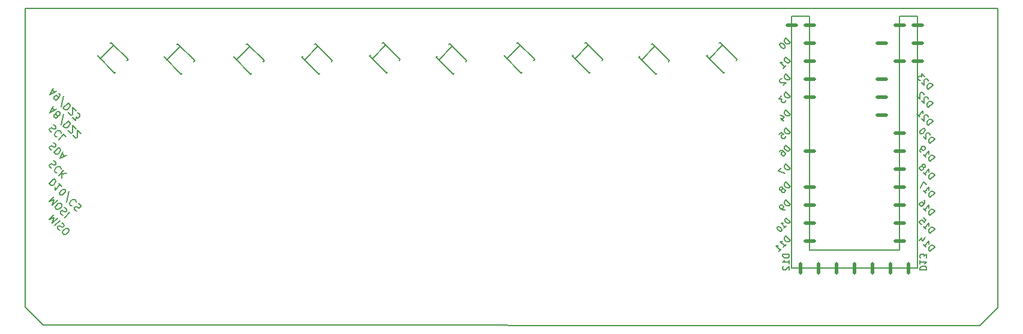
<source format=gbr>
%TF.GenerationSoftware,KiCad,Pcbnew,(5.1.9-0-10_14)*%
%TF.CreationDate,2021-02-12T13:00:48+01:00*%
%TF.ProjectId,teensythumbboard,7465656e-7379-4746-9875-6d62626f6172,1.1*%
%TF.SameCoordinates,PX68290a0PY463f660*%
%TF.FileFunction,Legend,Bot*%
%TF.FilePolarity,Positive*%
%FSLAX46Y46*%
G04 Gerber Fmt 4.6, Leading zero omitted, Abs format (unit mm)*
G04 Created by KiCad (PCBNEW (5.1.9-0-10_14)) date 2021-02-12 13:00:48*
%MOMM*%
%LPD*%
G01*
G04 APERTURE LIST*
%ADD10C,0.150000*%
%ADD11C,0.500000*%
%TA.AperFunction,Profile*%
%ADD12C,0.150000*%
%TD*%
%ADD13C,0.200000*%
G04 APERTURE END LIST*
D10*
X7766000Y-43772000D02*
X7639000Y-43899000D01*
X3575000Y-43137000D02*
X3448000Y-43264000D01*
X3448000Y-43264000D02*
X5861000Y-45677000D01*
X5226000Y-41486000D02*
X5353000Y-41359000D01*
X5353000Y-41359000D02*
X7766000Y-43772000D01*
X5861000Y-45677000D02*
X5988000Y-45550000D01*
X3829000Y-43645000D02*
X5734000Y-41740000D01*
X17166000Y-43972000D02*
X17039000Y-44099000D01*
X12975000Y-43337000D02*
X12848000Y-43464000D01*
X12848000Y-43464000D02*
X15261000Y-45877000D01*
X14626000Y-41686000D02*
X14753000Y-41559000D01*
X14753000Y-41559000D02*
X17166000Y-43972000D01*
X15261000Y-45877000D02*
X15388000Y-45750000D01*
X13229000Y-43845000D02*
X15134000Y-41940000D01*
X26966000Y-43972000D02*
X26839000Y-44099000D01*
X22775000Y-43337000D02*
X22648000Y-43464000D01*
X22648000Y-43464000D02*
X25061000Y-45877000D01*
X24426000Y-41686000D02*
X24553000Y-41559000D01*
X24553000Y-41559000D02*
X26966000Y-43972000D01*
X25061000Y-45877000D02*
X25188000Y-45750000D01*
X23029000Y-43845000D02*
X24934000Y-41940000D01*
X36566000Y-43972000D02*
X36439000Y-44099000D01*
X32375000Y-43337000D02*
X32248000Y-43464000D01*
X32248000Y-43464000D02*
X34661000Y-45877000D01*
X34026000Y-41686000D02*
X34153000Y-41559000D01*
X34153000Y-41559000D02*
X36566000Y-43972000D01*
X34661000Y-45877000D02*
X34788000Y-45750000D01*
X32629000Y-43845000D02*
X34534000Y-41940000D01*
X46166000Y-43772000D02*
X46039000Y-43899000D01*
X41975000Y-43137000D02*
X41848000Y-43264000D01*
X41848000Y-43264000D02*
X44261000Y-45677000D01*
X43626000Y-41486000D02*
X43753000Y-41359000D01*
X43753000Y-41359000D02*
X46166000Y-43772000D01*
X44261000Y-45677000D02*
X44388000Y-45550000D01*
X42229000Y-43645000D02*
X44134000Y-41740000D01*
X55566000Y-43972000D02*
X55439000Y-44099000D01*
X51375000Y-43337000D02*
X51248000Y-43464000D01*
X51248000Y-43464000D02*
X53661000Y-45877000D01*
X53026000Y-41686000D02*
X53153000Y-41559000D01*
X53153000Y-41559000D02*
X55566000Y-43972000D01*
X53661000Y-45877000D02*
X53788000Y-45750000D01*
X51629000Y-43845000D02*
X53534000Y-41940000D01*
X65166000Y-43772000D02*
X65039000Y-43899000D01*
X60975000Y-43137000D02*
X60848000Y-43264000D01*
X60848000Y-43264000D02*
X63261000Y-45677000D01*
X62626000Y-41486000D02*
X62753000Y-41359000D01*
X62753000Y-41359000D02*
X65166000Y-43772000D01*
X63261000Y-45677000D02*
X63388000Y-45550000D01*
X61229000Y-43645000D02*
X63134000Y-41740000D01*
X74766000Y-43772000D02*
X74639000Y-43899000D01*
X70575000Y-43137000D02*
X70448000Y-43264000D01*
X70448000Y-43264000D02*
X72861000Y-45677000D01*
X72226000Y-41486000D02*
X72353000Y-41359000D01*
X72353000Y-41359000D02*
X74766000Y-43772000D01*
X72861000Y-45677000D02*
X72988000Y-45550000D01*
X70829000Y-43645000D02*
X72734000Y-41740000D01*
X84166000Y-43972000D02*
X84039000Y-44099000D01*
X79975000Y-43337000D02*
X79848000Y-43464000D01*
X79848000Y-43464000D02*
X82261000Y-45877000D01*
X81626000Y-41686000D02*
X81753000Y-41559000D01*
X81753000Y-41559000D02*
X84166000Y-43972000D01*
X82261000Y-45877000D02*
X82388000Y-45750000D01*
X80229000Y-43845000D02*
X82134000Y-41940000D01*
X89560000Y-43137000D02*
X89433000Y-43264000D01*
X93751000Y-43772000D02*
X93624000Y-43899000D01*
X91338000Y-41359000D02*
X93751000Y-43772000D01*
X89433000Y-43264000D02*
X91846000Y-45677000D01*
X91211000Y-41486000D02*
X91338000Y-41359000D01*
X91846000Y-45677000D02*
X91973000Y-45550000D01*
X89814000Y-43645000D02*
X91719000Y-41740000D01*
D11*
X118590000Y-38940000D02*
X119860000Y-38940000D01*
X116050000Y-38940000D02*
X117320000Y-38940000D01*
X113510000Y-41480000D02*
X114780000Y-41480000D01*
X118590000Y-41480000D02*
X119860000Y-41480000D01*
X118590000Y-44020000D02*
X119860000Y-44020000D01*
X116050000Y-44020000D02*
X117320000Y-44020000D01*
X113510000Y-46560000D02*
X114780000Y-46560000D01*
X113510000Y-49100000D02*
X114780000Y-49100000D01*
X113510000Y-51640000D02*
X114780000Y-51640000D01*
X116050000Y-54180000D02*
X117320000Y-54180000D01*
X116050000Y-56720000D02*
X117320000Y-56720000D01*
X116050000Y-61800000D02*
X117320000Y-61800000D01*
X116050000Y-59260000D02*
X117320000Y-59260000D01*
X116050000Y-64340000D02*
X117320000Y-64340000D01*
X116050000Y-66880000D02*
X117320000Y-66880000D01*
X116050000Y-69420000D02*
X117320000Y-69420000D01*
X100810000Y-38940000D02*
X102080000Y-38940000D01*
X103350000Y-38940000D02*
X104620000Y-38940000D01*
X103350000Y-41480000D02*
X104620000Y-41480000D01*
X103350000Y-44020000D02*
X104620000Y-44020000D01*
X103350000Y-46560000D02*
X104620000Y-46560000D01*
X103350000Y-49100000D02*
X104620000Y-49100000D01*
X103350000Y-56720000D02*
X104620000Y-56720000D01*
X103350000Y-61800000D02*
X104620000Y-61800000D01*
X103350000Y-64340000D02*
X104620000Y-64340000D01*
X103350000Y-66880000D02*
X104620000Y-66880000D01*
X103350000Y-69420000D02*
X104620000Y-69420000D01*
X102715000Y-72595000D02*
X102715000Y-73865000D01*
X105255000Y-72595000D02*
X105255000Y-73865000D01*
X107795000Y-72595000D02*
X107795000Y-73865000D01*
X110335000Y-72595000D02*
X110335000Y-73865000D01*
X112875000Y-72595000D02*
X112875000Y-73865000D01*
X115415000Y-72595000D02*
X115415000Y-73865000D01*
X117955000Y-72595000D02*
X117955000Y-73865000D01*
D10*
X116685000Y-37670000D02*
X119225000Y-37670000D01*
X101445000Y-37670000D02*
X103985000Y-37670000D01*
X116685000Y-70690000D02*
X103985000Y-70690000D01*
X103985000Y-37670000D02*
X103985000Y-70690000D01*
X119225000Y-73230000D02*
X101445000Y-73230000D01*
D12*
X-6825000Y-36540000D02*
X130575000Y-36540000D01*
D10*
X101445000Y-70690000D02*
X101445000Y-73230000D01*
D13*
X101090142Y-71288285D02*
X100190142Y-71288285D01*
X100190142Y-71502571D01*
X100233000Y-71631142D01*
X100318714Y-71716857D01*
X100404428Y-71759714D01*
X100575857Y-71802571D01*
X100704428Y-71802571D01*
X100875857Y-71759714D01*
X100961571Y-71716857D01*
X101047285Y-71631142D01*
X101090142Y-71502571D01*
X101090142Y-71288285D01*
X101090142Y-72659714D02*
X101090142Y-72145428D01*
X101090142Y-72402571D02*
X100190142Y-72402571D01*
X100318714Y-72316857D01*
X100404428Y-72231142D01*
X100447285Y-72145428D01*
X100275857Y-73002571D02*
X100233000Y-73045428D01*
X100190142Y-73131142D01*
X100190142Y-73345428D01*
X100233000Y-73431142D01*
X100275857Y-73474000D01*
X100361571Y-73516857D01*
X100447285Y-73516857D01*
X100575857Y-73474000D01*
X101090142Y-72959714D01*
X101090142Y-73516857D01*
D10*
X101445000Y-70690000D02*
X101445000Y-37670000D01*
X119225000Y-73230000D02*
X119225000Y-37670000D01*
X116685000Y-37670000D02*
X116685000Y-70690000D01*
D13*
X101235446Y-41376340D02*
X100599050Y-40739944D01*
X100447527Y-40891467D01*
X100386918Y-41012685D01*
X100386918Y-41133903D01*
X100417223Y-41224817D01*
X100508136Y-41376340D01*
X100599050Y-41467253D01*
X100750573Y-41558167D01*
X100841487Y-41588472D01*
X100962705Y-41588472D01*
X101083923Y-41527863D01*
X101235446Y-41376340D01*
X99841436Y-41497558D02*
X99780827Y-41558167D01*
X99750522Y-41649081D01*
X99750522Y-41709690D01*
X99780827Y-41800604D01*
X99871740Y-41952127D01*
X100023263Y-42103650D01*
X100174786Y-42194563D01*
X100265700Y-42224868D01*
X100326309Y-42224868D01*
X100417223Y-42194563D01*
X100477832Y-42133954D01*
X100508136Y-42043040D01*
X100508136Y-41982431D01*
X100477832Y-41891518D01*
X100386918Y-41739995D01*
X100235395Y-41588472D01*
X100083872Y-41497558D01*
X99992959Y-41467253D01*
X99932349Y-41467253D01*
X99841436Y-41497558D01*
X101235446Y-44043340D02*
X100599050Y-43406944D01*
X100447527Y-43558467D01*
X100386918Y-43679685D01*
X100386918Y-43800903D01*
X100417223Y-43891817D01*
X100508136Y-44043340D01*
X100599050Y-44134253D01*
X100750573Y-44225167D01*
X100841487Y-44255472D01*
X100962705Y-44255472D01*
X101083923Y-44194863D01*
X101235446Y-44043340D01*
X100265700Y-45013086D02*
X100629355Y-44649431D01*
X100447527Y-44831259D02*
X99811131Y-44194863D01*
X99962654Y-44225167D01*
X100083872Y-44225167D01*
X100174786Y-44194863D01*
X101235446Y-46456340D02*
X100599050Y-45819944D01*
X100447527Y-45971467D01*
X100386918Y-46092685D01*
X100386918Y-46213903D01*
X100417223Y-46304817D01*
X100508136Y-46456340D01*
X100599050Y-46547253D01*
X100750573Y-46638167D01*
X100841487Y-46668472D01*
X100962705Y-46668472D01*
X101083923Y-46607863D01*
X101235446Y-46456340D01*
X100053568Y-46486644D02*
X99992959Y-46486644D01*
X99902045Y-46516949D01*
X99750522Y-46668472D01*
X99720217Y-46759386D01*
X99720217Y-46819995D01*
X99750522Y-46910908D01*
X99811131Y-46971518D01*
X99932349Y-47032127D01*
X100659659Y-47032127D01*
X100265700Y-47426086D01*
X101235446Y-48996340D02*
X100599050Y-48359944D01*
X100447527Y-48511467D01*
X100386918Y-48632685D01*
X100386918Y-48753903D01*
X100417223Y-48844817D01*
X100508136Y-48996340D01*
X100599050Y-49087253D01*
X100750573Y-49178167D01*
X100841487Y-49208472D01*
X100962705Y-49208472D01*
X101083923Y-49147863D01*
X101235446Y-48996340D01*
X100023263Y-48935731D02*
X99629304Y-49329690D01*
X100083872Y-49359995D01*
X99992959Y-49450908D01*
X99962654Y-49541822D01*
X99962654Y-49602431D01*
X99992959Y-49693345D01*
X100144481Y-49844868D01*
X100235395Y-49875172D01*
X100296004Y-49875172D01*
X100386918Y-49844868D01*
X100568746Y-49663040D01*
X100599050Y-49572127D01*
X100599050Y-49511518D01*
X101235446Y-51536340D02*
X100599050Y-50899944D01*
X100447527Y-51051467D01*
X100386918Y-51172685D01*
X100386918Y-51293903D01*
X100417223Y-51384817D01*
X100508136Y-51536340D01*
X100599050Y-51627253D01*
X100750573Y-51718167D01*
X100841487Y-51748472D01*
X100962705Y-51748472D01*
X101083923Y-51687863D01*
X101235446Y-51536340D01*
X99902045Y-52021213D02*
X100326309Y-52445477D01*
X99811131Y-51627253D02*
X100417223Y-51930299D01*
X100023263Y-52324259D01*
X101235446Y-54076340D02*
X100599050Y-53439944D01*
X100447527Y-53591467D01*
X100386918Y-53712685D01*
X100386918Y-53833903D01*
X100417223Y-53924817D01*
X100508136Y-54076340D01*
X100599050Y-54167253D01*
X100750573Y-54258167D01*
X100841487Y-54288472D01*
X100962705Y-54288472D01*
X101083923Y-54227863D01*
X101235446Y-54076340D01*
X99659608Y-54379386D02*
X99962654Y-54076340D01*
X100296004Y-54349081D01*
X100235395Y-54349081D01*
X100144481Y-54379386D01*
X99992959Y-54530908D01*
X99962654Y-54621822D01*
X99962654Y-54682431D01*
X99992959Y-54773345D01*
X100144481Y-54924868D01*
X100235395Y-54955172D01*
X100296004Y-54955172D01*
X100386918Y-54924868D01*
X100538441Y-54773345D01*
X100568746Y-54682431D01*
X100568746Y-54621822D01*
X101235446Y-56489340D02*
X100599050Y-55852944D01*
X100447527Y-56004467D01*
X100386918Y-56125685D01*
X100386918Y-56246903D01*
X100417223Y-56337817D01*
X100508136Y-56489340D01*
X100599050Y-56580253D01*
X100750573Y-56671167D01*
X100841487Y-56701472D01*
X100962705Y-56701472D01*
X101083923Y-56640863D01*
X101235446Y-56489340D01*
X99689913Y-56762081D02*
X99811131Y-56640863D01*
X99902045Y-56610558D01*
X99962654Y-56610558D01*
X100114177Y-56640863D01*
X100265700Y-56731776D01*
X100508136Y-56974213D01*
X100538441Y-57065127D01*
X100538441Y-57125736D01*
X100508136Y-57216650D01*
X100386918Y-57337868D01*
X100296004Y-57368172D01*
X100235395Y-57368172D01*
X100144481Y-57337868D01*
X99992959Y-57186345D01*
X99962654Y-57095431D01*
X99962654Y-57034822D01*
X99992959Y-56943908D01*
X100114177Y-56822690D01*
X100205091Y-56792386D01*
X100265700Y-56792386D01*
X100356613Y-56822690D01*
X101235446Y-59156340D02*
X100599050Y-58519944D01*
X100447527Y-58671467D01*
X100386918Y-58792685D01*
X100386918Y-58913903D01*
X100417223Y-59004817D01*
X100508136Y-59156340D01*
X100599050Y-59247253D01*
X100750573Y-59338167D01*
X100841487Y-59368472D01*
X100962705Y-59368472D01*
X101083923Y-59307863D01*
X101235446Y-59156340D01*
X100023263Y-59095731D02*
X99598999Y-59519995D01*
X100508136Y-59883650D01*
X101235446Y-61696340D02*
X100599050Y-61059944D01*
X100447527Y-61211467D01*
X100386918Y-61332685D01*
X100386918Y-61453903D01*
X100417223Y-61544817D01*
X100508136Y-61696340D01*
X100599050Y-61787253D01*
X100750573Y-61878167D01*
X100841487Y-61908472D01*
X100962705Y-61908472D01*
X101083923Y-61847863D01*
X101235446Y-61696340D01*
X100144481Y-62059995D02*
X100174786Y-61969081D01*
X100174786Y-61908472D01*
X100144481Y-61817558D01*
X100114177Y-61787253D01*
X100023263Y-61756949D01*
X99962654Y-61756949D01*
X99871740Y-61787253D01*
X99750522Y-61908472D01*
X99720217Y-61999386D01*
X99720217Y-62059995D01*
X99750522Y-62150908D01*
X99780827Y-62181213D01*
X99871740Y-62211518D01*
X99932349Y-62211518D01*
X100023263Y-62181213D01*
X100144481Y-62059995D01*
X100235395Y-62029690D01*
X100296004Y-62029690D01*
X100386918Y-62059995D01*
X100508136Y-62181213D01*
X100538441Y-62272127D01*
X100538441Y-62332736D01*
X100508136Y-62423650D01*
X100386918Y-62544868D01*
X100296004Y-62575172D01*
X100235395Y-62575172D01*
X100144481Y-62544868D01*
X100023263Y-62423650D01*
X99992959Y-62332736D01*
X99992959Y-62272127D01*
X100023263Y-62181213D01*
X101235446Y-64236340D02*
X100599050Y-63599944D01*
X100447527Y-63751467D01*
X100386918Y-63872685D01*
X100386918Y-63993903D01*
X100417223Y-64084817D01*
X100508136Y-64236340D01*
X100599050Y-64327253D01*
X100750573Y-64418167D01*
X100841487Y-64448472D01*
X100962705Y-64448472D01*
X101083923Y-64387863D01*
X101235446Y-64236340D01*
X100568746Y-64903040D02*
X100447527Y-65024259D01*
X100356613Y-65054563D01*
X100296004Y-65054563D01*
X100144481Y-65024259D01*
X99992959Y-64933345D01*
X99750522Y-64690908D01*
X99720217Y-64599995D01*
X99720217Y-64539386D01*
X99750522Y-64448472D01*
X99871740Y-64327253D01*
X99962654Y-64296949D01*
X100023263Y-64296949D01*
X100114177Y-64327253D01*
X100265700Y-64478776D01*
X100296004Y-64569690D01*
X100296004Y-64630299D01*
X100265700Y-64721213D01*
X100144481Y-64842431D01*
X100053568Y-64872736D01*
X99992959Y-64872736D01*
X99902045Y-64842431D01*
X101220294Y-66727516D02*
X100654608Y-66161830D01*
X100519921Y-66296517D01*
X100466047Y-66404267D01*
X100466047Y-66512016D01*
X100492984Y-66592829D01*
X100573796Y-66727516D01*
X100654608Y-66808328D01*
X100789296Y-66889140D01*
X100870108Y-66916078D01*
X100977857Y-66916078D01*
X101085607Y-66862203D01*
X101220294Y-66727516D01*
X100358297Y-67589513D02*
X100681546Y-67266264D01*
X100519921Y-67427888D02*
X99954236Y-66862203D01*
X100088923Y-66889140D01*
X100196673Y-66889140D01*
X100277485Y-66862203D01*
X99442425Y-67374013D02*
X99388551Y-67427888D01*
X99361613Y-67508700D01*
X99361613Y-67562575D01*
X99388551Y-67643387D01*
X99469363Y-67778074D01*
X99604050Y-67912761D01*
X99738737Y-67993574D01*
X99819549Y-68020511D01*
X99873424Y-68020511D01*
X99954236Y-67993574D01*
X100008111Y-67939699D01*
X100035048Y-67858887D01*
X100035048Y-67805012D01*
X100008111Y-67724200D01*
X99927299Y-67589513D01*
X99792612Y-67454826D01*
X99657925Y-67374013D01*
X99577112Y-67347076D01*
X99523238Y-67347076D01*
X99442425Y-67374013D01*
X101235446Y-69316340D02*
X100599050Y-68679944D01*
X100447527Y-68831467D01*
X100386918Y-68952685D01*
X100386918Y-69073903D01*
X100417223Y-69164817D01*
X100508136Y-69316340D01*
X100599050Y-69407253D01*
X100750573Y-69498167D01*
X100841487Y-69528472D01*
X100962705Y-69528472D01*
X101083923Y-69467863D01*
X101235446Y-69316340D01*
X100265700Y-70286086D02*
X100629355Y-69922431D01*
X100447527Y-70104259D02*
X99811131Y-69467863D01*
X99962654Y-69498167D01*
X100083872Y-69498167D01*
X100174786Y-69467863D01*
X99659608Y-70892178D02*
X100023263Y-70528523D01*
X99841436Y-70710350D02*
X99205040Y-70073954D01*
X99356562Y-70104259D01*
X99477781Y-70104259D01*
X99568695Y-70073954D01*
X119579857Y-73474000D02*
X120479857Y-73474000D01*
X120479857Y-73259714D01*
X120437000Y-73131142D01*
X120351285Y-73045428D01*
X120265571Y-73002571D01*
X120094142Y-72959714D01*
X119965571Y-72959714D01*
X119794142Y-73002571D01*
X119708428Y-73045428D01*
X119622714Y-73131142D01*
X119579857Y-73259714D01*
X119579857Y-73474000D01*
X119579857Y-72102571D02*
X119579857Y-72616857D01*
X119579857Y-72359714D02*
X120479857Y-72359714D01*
X120351285Y-72445428D01*
X120265571Y-72531142D01*
X120222714Y-72616857D01*
X120479857Y-71802571D02*
X120479857Y-71245428D01*
X120137000Y-71545428D01*
X120137000Y-71416857D01*
X120094142Y-71331142D01*
X120051285Y-71288285D01*
X119965571Y-71245428D01*
X119751285Y-71245428D01*
X119665571Y-71288285D01*
X119622714Y-71331142D01*
X119579857Y-71416857D01*
X119579857Y-71674000D01*
X119622714Y-71759714D01*
X119665571Y-71802571D01*
X120980086Y-70861873D02*
X121616482Y-70225477D01*
X121464959Y-70073954D01*
X121343741Y-70013345D01*
X121222523Y-70013345D01*
X121131609Y-70043650D01*
X120980086Y-70134563D01*
X120889172Y-70225477D01*
X120798259Y-70377000D01*
X120767954Y-70467914D01*
X120767954Y-70589132D01*
X120828563Y-70710350D01*
X120980086Y-70861873D01*
X120010340Y-69892127D02*
X120373995Y-70255782D01*
X120192167Y-70073954D02*
X120828563Y-69437558D01*
X120798259Y-69589081D01*
X120798259Y-69710299D01*
X120828563Y-69801213D01*
X119889121Y-68922380D02*
X119464857Y-69346644D01*
X120283081Y-68831467D02*
X119980035Y-69437558D01*
X119586076Y-69043599D01*
X120980086Y-68321873D02*
X121616482Y-67685477D01*
X121464959Y-67533954D01*
X121343741Y-67473345D01*
X121222523Y-67473345D01*
X121131609Y-67503650D01*
X120980086Y-67594563D01*
X120889172Y-67685477D01*
X120798259Y-67837000D01*
X120767954Y-67927914D01*
X120767954Y-68049132D01*
X120828563Y-68170350D01*
X120980086Y-68321873D01*
X120010340Y-67352127D02*
X120373995Y-67715782D01*
X120192167Y-67533954D02*
X120828563Y-66897558D01*
X120798259Y-67049081D01*
X120798259Y-67170299D01*
X120828563Y-67261213D01*
X120070949Y-66139944D02*
X120373995Y-66442989D01*
X120101253Y-66776340D01*
X120101253Y-66715731D01*
X120070949Y-66624817D01*
X119919426Y-66473294D01*
X119828512Y-66442989D01*
X119767903Y-66442989D01*
X119676989Y-66473294D01*
X119525467Y-66624817D01*
X119495162Y-66715731D01*
X119495162Y-66776340D01*
X119525467Y-66867253D01*
X119676989Y-67018776D01*
X119767903Y-67049081D01*
X119828512Y-67049081D01*
X120980086Y-65781873D02*
X121616482Y-65145477D01*
X121464959Y-64993954D01*
X121343741Y-64933345D01*
X121222523Y-64933345D01*
X121131609Y-64963650D01*
X120980086Y-65054563D01*
X120889172Y-65145477D01*
X120798259Y-65297000D01*
X120767954Y-65387914D01*
X120767954Y-65509132D01*
X120828563Y-65630350D01*
X120980086Y-65781873D01*
X120010340Y-64812127D02*
X120373995Y-65175782D01*
X120192167Y-64993954D02*
X120828563Y-64357558D01*
X120798259Y-64509081D01*
X120798259Y-64630299D01*
X120828563Y-64721213D01*
X120101253Y-63630248D02*
X120222472Y-63751467D01*
X120252776Y-63842380D01*
X120252776Y-63902989D01*
X120222472Y-64054512D01*
X120131558Y-64206035D01*
X119889121Y-64448472D01*
X119798208Y-64478776D01*
X119737599Y-64478776D01*
X119646685Y-64448472D01*
X119525467Y-64327253D01*
X119495162Y-64236340D01*
X119495162Y-64175731D01*
X119525467Y-64084817D01*
X119676989Y-63933294D01*
X119767903Y-63902989D01*
X119828512Y-63902989D01*
X119919426Y-63933294D01*
X120040644Y-64054512D01*
X120070949Y-64145426D01*
X120070949Y-64206035D01*
X120040644Y-64296949D01*
X120980086Y-63241873D02*
X121616482Y-62605477D01*
X121464959Y-62453954D01*
X121343741Y-62393345D01*
X121222523Y-62393345D01*
X121131609Y-62423650D01*
X120980086Y-62514563D01*
X120889172Y-62605477D01*
X120798259Y-62757000D01*
X120767954Y-62847914D01*
X120767954Y-62969132D01*
X120828563Y-63090350D01*
X120980086Y-63241873D01*
X120010340Y-62272127D02*
X120373995Y-62635782D01*
X120192167Y-62453954D02*
X120828563Y-61817558D01*
X120798259Y-61969081D01*
X120798259Y-62090299D01*
X120828563Y-62181213D01*
X120434604Y-61423599D02*
X120010340Y-60999334D01*
X119646685Y-61908472D01*
X120980086Y-60701873D02*
X121616482Y-60065477D01*
X121464959Y-59913954D01*
X121343741Y-59853345D01*
X121222523Y-59853345D01*
X121131609Y-59883650D01*
X120980086Y-59974563D01*
X120889172Y-60065477D01*
X120798259Y-60217000D01*
X120767954Y-60307914D01*
X120767954Y-60429132D01*
X120828563Y-60550350D01*
X120980086Y-60701873D01*
X120010340Y-59732127D02*
X120373995Y-60095782D01*
X120192167Y-59913954D02*
X120828563Y-59277558D01*
X120798259Y-59429081D01*
X120798259Y-59550299D01*
X120828563Y-59641213D01*
X120010340Y-59004817D02*
X120101253Y-59035121D01*
X120161863Y-59035121D01*
X120252776Y-59004817D01*
X120283081Y-58974512D01*
X120313386Y-58883599D01*
X120313386Y-58822989D01*
X120283081Y-58732076D01*
X120161863Y-58610857D01*
X120070949Y-58580553D01*
X120010340Y-58580553D01*
X119919426Y-58610857D01*
X119889121Y-58641162D01*
X119858817Y-58732076D01*
X119858817Y-58792685D01*
X119889121Y-58883599D01*
X120010340Y-59004817D01*
X120040644Y-59095731D01*
X120040644Y-59156340D01*
X120010340Y-59247253D01*
X119889121Y-59368472D01*
X119798208Y-59398776D01*
X119737599Y-59398776D01*
X119646685Y-59368472D01*
X119525467Y-59247253D01*
X119495162Y-59156340D01*
X119495162Y-59095731D01*
X119525467Y-59004817D01*
X119646685Y-58883599D01*
X119737599Y-58853294D01*
X119798208Y-58853294D01*
X119889121Y-58883599D01*
X120980086Y-58161873D02*
X121616482Y-57525477D01*
X121464959Y-57373954D01*
X121343741Y-57313345D01*
X121222523Y-57313345D01*
X121131609Y-57343650D01*
X120980086Y-57434563D01*
X120889172Y-57525477D01*
X120798259Y-57677000D01*
X120767954Y-57767914D01*
X120767954Y-57889132D01*
X120828563Y-58010350D01*
X120980086Y-58161873D01*
X120010340Y-57192127D02*
X120373995Y-57555782D01*
X120192167Y-57373954D02*
X120828563Y-56737558D01*
X120798259Y-56889081D01*
X120798259Y-57010299D01*
X120828563Y-57101213D01*
X119707294Y-56889081D02*
X119586076Y-56767863D01*
X119555771Y-56676949D01*
X119555771Y-56616340D01*
X119586076Y-56464817D01*
X119676989Y-56313294D01*
X119919426Y-56070857D01*
X120010340Y-56040553D01*
X120070949Y-56040553D01*
X120161863Y-56070857D01*
X120283081Y-56192076D01*
X120313386Y-56282989D01*
X120313386Y-56343599D01*
X120283081Y-56434512D01*
X120131558Y-56586035D01*
X120040644Y-56616340D01*
X119980035Y-56616340D01*
X119889121Y-56586035D01*
X119767903Y-56464817D01*
X119737599Y-56373903D01*
X119737599Y-56313294D01*
X119767903Y-56222380D01*
X120980086Y-55621873D02*
X121616482Y-54985477D01*
X121464959Y-54833954D01*
X121343741Y-54773345D01*
X121222523Y-54773345D01*
X121131609Y-54803650D01*
X120980086Y-54894563D01*
X120889172Y-54985477D01*
X120798259Y-55137000D01*
X120767954Y-55227914D01*
X120767954Y-55349132D01*
X120828563Y-55470350D01*
X120980086Y-55621873D01*
X120949782Y-54439995D02*
X120949782Y-54379386D01*
X120919477Y-54288472D01*
X120767954Y-54136949D01*
X120677040Y-54106644D01*
X120616431Y-54106644D01*
X120525518Y-54136949D01*
X120464908Y-54197558D01*
X120404299Y-54318776D01*
X120404299Y-55046086D01*
X120010340Y-54652127D01*
X120252776Y-53621771D02*
X120192167Y-53561162D01*
X120101253Y-53530857D01*
X120040644Y-53530857D01*
X119949731Y-53561162D01*
X119798208Y-53652076D01*
X119646685Y-53803599D01*
X119555771Y-53955121D01*
X119525467Y-54046035D01*
X119525467Y-54106644D01*
X119555771Y-54197558D01*
X119616380Y-54258167D01*
X119707294Y-54288472D01*
X119767903Y-54288472D01*
X119858817Y-54258167D01*
X120010340Y-54167253D01*
X120161863Y-54015731D01*
X120252776Y-53864208D01*
X120283081Y-53773294D01*
X120283081Y-53712685D01*
X120252776Y-53621771D01*
X120726086Y-53081873D02*
X121362482Y-52445477D01*
X121210959Y-52293954D01*
X121089741Y-52233345D01*
X120968523Y-52233345D01*
X120877609Y-52263650D01*
X120726086Y-52354563D01*
X120635172Y-52445477D01*
X120544259Y-52597000D01*
X120513954Y-52687914D01*
X120513954Y-52809132D01*
X120574563Y-52930350D01*
X120726086Y-53081873D01*
X120695782Y-51899995D02*
X120695782Y-51839386D01*
X120665477Y-51748472D01*
X120513954Y-51596949D01*
X120423040Y-51566644D01*
X120362431Y-51566644D01*
X120271518Y-51596949D01*
X120210908Y-51657558D01*
X120150299Y-51778776D01*
X120150299Y-52506086D01*
X119756340Y-52112127D01*
X119150248Y-51506035D02*
X119513903Y-51869690D01*
X119332076Y-51687863D02*
X119968472Y-51051467D01*
X119938167Y-51202989D01*
X119938167Y-51324208D01*
X119968472Y-51415121D01*
X120726086Y-50541873D02*
X121362482Y-49905477D01*
X121210959Y-49753954D01*
X121089741Y-49693345D01*
X120968523Y-49693345D01*
X120877609Y-49723650D01*
X120726086Y-49814563D01*
X120635172Y-49905477D01*
X120544259Y-50057000D01*
X120513954Y-50147914D01*
X120513954Y-50269132D01*
X120574563Y-50390350D01*
X120726086Y-50541873D01*
X120695782Y-49359995D02*
X120695782Y-49299386D01*
X120665477Y-49208472D01*
X120513954Y-49056949D01*
X120423040Y-49026644D01*
X120362431Y-49026644D01*
X120271518Y-49056949D01*
X120210908Y-49117558D01*
X120150299Y-49238776D01*
X120150299Y-49966086D01*
X119756340Y-49572127D01*
X120089690Y-48753903D02*
X120089690Y-48693294D01*
X120059386Y-48602380D01*
X119907863Y-48450857D01*
X119816949Y-48420553D01*
X119756340Y-48420553D01*
X119665426Y-48450857D01*
X119604817Y-48511467D01*
X119544208Y-48632685D01*
X119544208Y-49359995D01*
X119150248Y-48966035D01*
X120726086Y-48001873D02*
X121362482Y-47365477D01*
X121210959Y-47213954D01*
X121089741Y-47153345D01*
X120968523Y-47153345D01*
X120877609Y-47183650D01*
X120726086Y-47274563D01*
X120635172Y-47365477D01*
X120544259Y-47517000D01*
X120513954Y-47607914D01*
X120513954Y-47729132D01*
X120574563Y-47850350D01*
X120726086Y-48001873D01*
X120695782Y-46819995D02*
X120695782Y-46759386D01*
X120665477Y-46668472D01*
X120513954Y-46516949D01*
X120423040Y-46486644D01*
X120362431Y-46486644D01*
X120271518Y-46516949D01*
X120210908Y-46577558D01*
X120150299Y-46698776D01*
X120150299Y-47426086D01*
X119756340Y-47032127D01*
X120180604Y-46183599D02*
X119786644Y-45789639D01*
X119756340Y-46244208D01*
X119665426Y-46153294D01*
X119574512Y-46122989D01*
X119513903Y-46122989D01*
X119422989Y-46153294D01*
X119271467Y-46304817D01*
X119241162Y-46395731D01*
X119241162Y-46456340D01*
X119271467Y-46547253D01*
X119453294Y-46729081D01*
X119544208Y-46759386D01*
X119604817Y-46759386D01*
X-2956538Y-48080759D02*
X-2619821Y-48417477D01*
X-2821851Y-47811385D02*
X-3293256Y-48754194D01*
X-2350447Y-48282790D01*
X-2081073Y-48552164D02*
X-1946386Y-48686851D01*
X-1912714Y-48787866D01*
X-1912714Y-48855210D01*
X-1946386Y-49023568D01*
X-2047401Y-49191927D01*
X-2316775Y-49461301D01*
X-2417790Y-49494973D01*
X-2485134Y-49494973D01*
X-2586149Y-49461301D01*
X-2720836Y-49326614D01*
X-2754508Y-49225599D01*
X-2754508Y-49158255D01*
X-2720836Y-49057240D01*
X-2552477Y-48888881D01*
X-2451462Y-48855210D01*
X-2384119Y-48855210D01*
X-2283103Y-48888881D01*
X-2148416Y-49023568D01*
X-2114745Y-49124584D01*
X-2114745Y-49191927D01*
X-2148416Y-49292942D01*
X-1677012Y-50437782D02*
X-1373966Y-48922553D01*
X-700531Y-49932706D02*
X-1407638Y-50639812D01*
X-1239279Y-50808171D01*
X-1104592Y-50875515D01*
X-969905Y-50875515D01*
X-868890Y-50841843D01*
X-700531Y-50740828D01*
X-599516Y-50639812D01*
X-498501Y-50471454D01*
X-464829Y-50370438D01*
X-464829Y-50235751D01*
X-532172Y-50101064D01*
X-700531Y-49932706D01*
X-666859Y-51245904D02*
X-666859Y-51313247D01*
X-633188Y-51414263D01*
X-464829Y-51582621D01*
X-363814Y-51616293D01*
X-296470Y-51616293D01*
X-195455Y-51582621D01*
X-128111Y-51515278D01*
X-60768Y-51380591D01*
X-60768Y-50572469D01*
X376965Y-51010202D01*
X-94440Y-51953011D02*
X343293Y-52390743D01*
X376965Y-51885667D01*
X477980Y-51986682D01*
X578995Y-52020354D01*
X646339Y-52020354D01*
X747354Y-51986682D01*
X915713Y-51818324D01*
X949385Y-51717308D01*
X949385Y-51649965D01*
X915713Y-51548950D01*
X713682Y-51346919D01*
X612667Y-51313247D01*
X545324Y-51313247D01*
X-2956538Y-50620759D02*
X-2619821Y-50957477D01*
X-2821851Y-50351385D02*
X-3293256Y-51294194D01*
X-2350447Y-50822790D01*
X-2417790Y-51563568D02*
X-2518806Y-51529897D01*
X-2586149Y-51529897D01*
X-2687164Y-51563568D01*
X-2720836Y-51597240D01*
X-2754508Y-51698255D01*
X-2754508Y-51765599D01*
X-2720836Y-51866614D01*
X-2586149Y-52001301D01*
X-2485134Y-52034973D01*
X-2417790Y-52034973D01*
X-2316775Y-52001301D01*
X-2283103Y-51967629D01*
X-2249432Y-51866614D01*
X-2249432Y-51799271D01*
X-2283103Y-51698255D01*
X-2417790Y-51563568D01*
X-2451462Y-51462553D01*
X-2451462Y-51395210D01*
X-2417790Y-51294194D01*
X-2283103Y-51159507D01*
X-2182088Y-51125836D01*
X-2114745Y-51125836D01*
X-2013729Y-51159507D01*
X-1879042Y-51294194D01*
X-1845371Y-51395210D01*
X-1845371Y-51462553D01*
X-1879042Y-51563568D01*
X-2013729Y-51698255D01*
X-2114745Y-51731927D01*
X-2182088Y-51731927D01*
X-2283103Y-51698255D01*
X-1677012Y-52977782D02*
X-1373966Y-51462553D01*
X-700531Y-52472706D02*
X-1407638Y-53179812D01*
X-1239279Y-53348171D01*
X-1104592Y-53415515D01*
X-969905Y-53415515D01*
X-868890Y-53381843D01*
X-700531Y-53280828D01*
X-599516Y-53179812D01*
X-498501Y-53011454D01*
X-464829Y-52910438D01*
X-464829Y-52775751D01*
X-532172Y-52641064D01*
X-700531Y-52472706D01*
X-666859Y-53785904D02*
X-666859Y-53853247D01*
X-633188Y-53954263D01*
X-464829Y-54122621D01*
X-363814Y-54156293D01*
X-296470Y-54156293D01*
X-195455Y-54122621D01*
X-128111Y-54055278D01*
X-60768Y-53920591D01*
X-60768Y-53112469D01*
X376965Y-53550202D01*
X6576Y-54459339D02*
X6576Y-54526682D01*
X40247Y-54627698D01*
X208606Y-54796056D01*
X309621Y-54829728D01*
X376965Y-54829728D01*
X477980Y-54796056D01*
X545324Y-54728713D01*
X612667Y-54594026D01*
X612667Y-53785904D01*
X1050400Y-54223637D01*
X-2788180Y-52992400D02*
X-2653493Y-53059744D01*
X-2485134Y-53228103D01*
X-2451462Y-53329118D01*
X-2451462Y-53396462D01*
X-2485134Y-53497477D01*
X-2552477Y-53564820D01*
X-2653493Y-53598492D01*
X-2720836Y-53598492D01*
X-2821851Y-53564820D01*
X-2990210Y-53463805D01*
X-3091225Y-53430133D01*
X-3158569Y-53430133D01*
X-3259584Y-53463805D01*
X-3326928Y-53531149D01*
X-3360600Y-53632164D01*
X-3360600Y-53699507D01*
X-3326928Y-53800523D01*
X-3158569Y-53968881D01*
X-3023882Y-54036225D01*
X-1710684Y-54137240D02*
X-1710684Y-54069897D01*
X-1778027Y-53935210D01*
X-1845371Y-53867866D01*
X-1980058Y-53800523D01*
X-2114745Y-53800523D01*
X-2215760Y-53834194D01*
X-2384119Y-53935210D01*
X-2485134Y-54036225D01*
X-2586149Y-54204584D01*
X-2619821Y-54305599D01*
X-2619821Y-54440286D01*
X-2552477Y-54574973D01*
X-2485134Y-54642316D01*
X-2350447Y-54709660D01*
X-2283103Y-54709660D01*
X-1003577Y-54709660D02*
X-1340294Y-54372942D01*
X-2047401Y-55080049D01*
X-2788180Y-55532400D02*
X-2653493Y-55599744D01*
X-2485134Y-55768103D01*
X-2451462Y-55869118D01*
X-2451462Y-55936462D01*
X-2485134Y-56037477D01*
X-2552477Y-56104820D01*
X-2653493Y-56138492D01*
X-2720836Y-56138492D01*
X-2821851Y-56104820D01*
X-2990210Y-56003805D01*
X-3091225Y-55970133D01*
X-3158569Y-55970133D01*
X-3259584Y-56003805D01*
X-3326928Y-56071149D01*
X-3360600Y-56172164D01*
X-3360600Y-56239507D01*
X-3326928Y-56340523D01*
X-3158569Y-56508881D01*
X-3023882Y-56576225D01*
X-2047401Y-56205836D02*
X-2754508Y-56912942D01*
X-2586149Y-57081301D01*
X-2451462Y-57148645D01*
X-2316775Y-57148645D01*
X-2215760Y-57114973D01*
X-2047401Y-57013958D01*
X-1946386Y-56912942D01*
X-1845371Y-56744584D01*
X-1811699Y-56643568D01*
X-1811699Y-56508881D01*
X-1879042Y-56374194D01*
X-2047401Y-56205836D01*
X-1575997Y-57081301D02*
X-1239279Y-57418019D01*
X-1441310Y-56811927D02*
X-1912714Y-57754736D01*
X-969905Y-57283332D01*
X-2788180Y-58072400D02*
X-2653493Y-58139744D01*
X-2485134Y-58308103D01*
X-2451462Y-58409118D01*
X-2451462Y-58476462D01*
X-2485134Y-58577477D01*
X-2552477Y-58644820D01*
X-2653493Y-58678492D01*
X-2720836Y-58678492D01*
X-2821851Y-58644820D01*
X-2990210Y-58543805D01*
X-3091225Y-58510133D01*
X-3158569Y-58510133D01*
X-3259584Y-58543805D01*
X-3326928Y-58611149D01*
X-3360600Y-58712164D01*
X-3360600Y-58779507D01*
X-3326928Y-58880523D01*
X-3158569Y-59048881D01*
X-3023882Y-59116225D01*
X-1710684Y-59217240D02*
X-1710684Y-59149897D01*
X-1778027Y-59015210D01*
X-1845371Y-58947866D01*
X-1980058Y-58880523D01*
X-2114745Y-58880523D01*
X-2215760Y-58914194D01*
X-2384119Y-59015210D01*
X-2485134Y-59116225D01*
X-2586149Y-59284584D01*
X-2619821Y-59385599D01*
X-2619821Y-59520286D01*
X-2552477Y-59654973D01*
X-2485134Y-59722316D01*
X-2350447Y-59789660D01*
X-2283103Y-59789660D01*
X-1340294Y-59452942D02*
X-2047401Y-60160049D01*
X-936233Y-59857003D02*
X-1643340Y-59958019D01*
X-1643340Y-60564110D02*
X-1643340Y-59755988D01*
X-2720836Y-60612400D02*
X-3427943Y-61319507D01*
X-3259584Y-61487866D01*
X-3124897Y-61555210D01*
X-2990210Y-61555210D01*
X-2889195Y-61521538D01*
X-2720836Y-61420523D01*
X-2619821Y-61319507D01*
X-2518806Y-61151149D01*
X-2485134Y-61050133D01*
X-2485134Y-60915446D01*
X-2552477Y-60780759D01*
X-2720836Y-60612400D01*
X-1643340Y-61689897D02*
X-2047401Y-61285836D01*
X-1845371Y-61487866D02*
X-2552477Y-62194973D01*
X-2518806Y-62026614D01*
X-2518806Y-61891927D01*
X-2552477Y-61790912D01*
X-1912714Y-62834736D02*
X-1845371Y-62902080D01*
X-1744355Y-62935751D01*
X-1677012Y-62935751D01*
X-1575997Y-62902080D01*
X-1407638Y-62801064D01*
X-1239279Y-62632706D01*
X-1138264Y-62464347D01*
X-1104592Y-62363332D01*
X-1104592Y-62295988D01*
X-1138264Y-62194973D01*
X-1205607Y-62127629D01*
X-1306623Y-62093958D01*
X-1373966Y-62093958D01*
X-1474981Y-62127629D01*
X-1643340Y-62228645D01*
X-1811699Y-62397003D01*
X-1912714Y-62565362D01*
X-1946386Y-62666377D01*
X-1946386Y-62733721D01*
X-1912714Y-62834736D01*
X-902562Y-63912232D02*
X-599516Y-62397003D01*
X410637Y-63878560D02*
X410637Y-63811217D01*
X343293Y-63676530D01*
X275950Y-63609186D01*
X141263Y-63541843D01*
X6576Y-63541843D01*
X-94440Y-63575515D01*
X-262798Y-63676530D01*
X-363814Y-63777545D01*
X-464829Y-63945904D01*
X-498501Y-64046919D01*
X-498501Y-64181606D01*
X-431157Y-64316293D01*
X-363814Y-64383637D01*
X-229127Y-64450980D01*
X-161783Y-64450980D01*
X713682Y-64114263D02*
X848369Y-64181606D01*
X1016728Y-64349965D01*
X1050400Y-64450980D01*
X1050400Y-64518324D01*
X1016728Y-64619339D01*
X949385Y-64686682D01*
X848369Y-64720354D01*
X781026Y-64720354D01*
X680011Y-64686682D01*
X511652Y-64585667D01*
X410637Y-64551995D01*
X343293Y-64551995D01*
X242278Y-64585667D01*
X174934Y-64653011D01*
X141263Y-64754026D01*
X141263Y-64821369D01*
X174934Y-64922385D01*
X343293Y-65090743D01*
X477980Y-65158087D01*
X-2720836Y-63152400D02*
X-3427943Y-63859507D01*
X-2687164Y-63590133D01*
X-2956538Y-64330912D01*
X-2249432Y-63623805D01*
X-2485134Y-64802316D02*
X-2350447Y-64937003D01*
X-2249432Y-64970675D01*
X-2114745Y-64970675D01*
X-1946386Y-64869660D01*
X-1710684Y-64633958D01*
X-1609668Y-64465599D01*
X-1609668Y-64330912D01*
X-1643340Y-64229897D01*
X-1778027Y-64095210D01*
X-1879042Y-64061538D01*
X-2013729Y-64061538D01*
X-2182088Y-64162553D01*
X-2417790Y-64398255D01*
X-2518806Y-64566614D01*
X-2518806Y-64701301D01*
X-2485134Y-64802316D01*
X-1239279Y-64701301D02*
X-1104592Y-64768645D01*
X-936233Y-64937003D01*
X-902562Y-65038019D01*
X-902562Y-65105362D01*
X-936233Y-65206377D01*
X-1003577Y-65273721D01*
X-1104592Y-65307393D01*
X-1171936Y-65307393D01*
X-1272951Y-65273721D01*
X-1441310Y-65172706D01*
X-1542325Y-65139034D01*
X-1609668Y-65139034D01*
X-1710684Y-65172706D01*
X-1778027Y-65240049D01*
X-1811699Y-65341064D01*
X-1811699Y-65408408D01*
X-1778027Y-65509423D01*
X-1609668Y-65677782D01*
X-1474981Y-65745125D01*
X-498501Y-65374736D02*
X-1205607Y-66081843D01*
X-2720836Y-65692400D02*
X-3427943Y-66399507D01*
X-2687164Y-66130133D01*
X-2956538Y-66870912D01*
X-2249432Y-66163805D01*
X-1912714Y-66500523D02*
X-2619821Y-67207629D01*
X-1643340Y-66837240D02*
X-1508653Y-66904584D01*
X-1340294Y-67072942D01*
X-1306623Y-67173958D01*
X-1306623Y-67241301D01*
X-1340294Y-67342316D01*
X-1407638Y-67409660D01*
X-1508653Y-67443332D01*
X-1575997Y-67443332D01*
X-1677012Y-67409660D01*
X-1845371Y-67308645D01*
X-1946386Y-67274973D01*
X-2013729Y-67274973D01*
X-2114745Y-67308645D01*
X-2182088Y-67375988D01*
X-2215760Y-67477003D01*
X-2215760Y-67544347D01*
X-2182088Y-67645362D01*
X-2013729Y-67813721D01*
X-1879042Y-67881064D01*
X-1474981Y-68352469D02*
X-1340294Y-68487156D01*
X-1239279Y-68520828D01*
X-1104592Y-68520828D01*
X-936233Y-68419812D01*
X-700531Y-68184110D01*
X-599516Y-68015751D01*
X-599516Y-67881064D01*
X-633188Y-67780049D01*
X-767875Y-67645362D01*
X-868890Y-67611690D01*
X-1003577Y-67611690D01*
X-1171936Y-67712706D01*
X-1407638Y-67948408D01*
X-1508653Y-68116767D01*
X-1508653Y-68251454D01*
X-1474981Y-68352469D01*
D12*
X128035000Y-81340000D02*
X130575000Y-78800000D01*
X-4260000Y-81280000D02*
X-6800000Y-78740000D01*
X128035000Y-81340000D02*
X-4260000Y-81280000D01*
X130575000Y-36540000D02*
X130575000Y-78800000D01*
X-6825000Y-36540000D02*
X-6800000Y-78740000D01*
M02*

</source>
